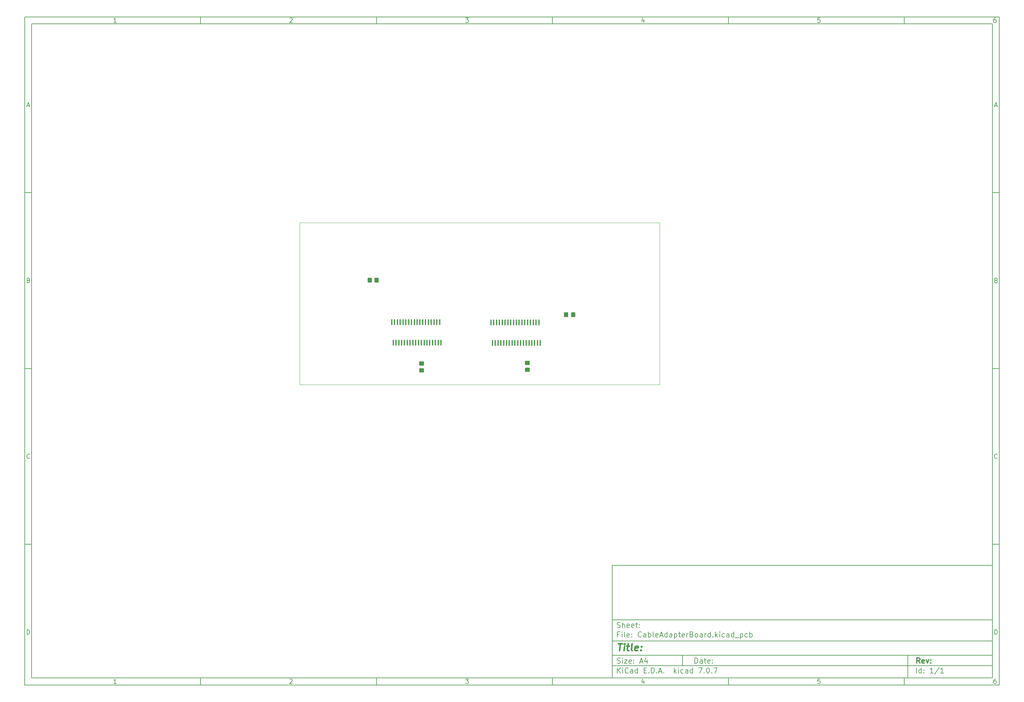
<source format=gbr>
%TF.GenerationSoftware,KiCad,Pcbnew,7.0.7*%
%TF.CreationDate,2023-10-12T14:51:16-07:00*%
%TF.ProjectId,CableAdapterBoard,4361626c-6541-4646-9170-746572426f61,rev?*%
%TF.SameCoordinates,Original*%
%TF.FileFunction,Paste,Top*%
%TF.FilePolarity,Positive*%
%FSLAX46Y46*%
G04 Gerber Fmt 4.6, Leading zero omitted, Abs format (unit mm)*
G04 Created by KiCad (PCBNEW 7.0.7) date 2023-10-12 14:51:16*
%MOMM*%
%LPD*%
G01*
G04 APERTURE LIST*
G04 Aperture macros list*
%AMRoundRect*
0 Rectangle with rounded corners*
0 $1 Rounding radius*
0 $2 $3 $4 $5 $6 $7 $8 $9 X,Y pos of 4 corners*
0 Add a 4 corners polygon primitive as box body*
4,1,4,$2,$3,$4,$5,$6,$7,$8,$9,$2,$3,0*
0 Add four circle primitives for the rounded corners*
1,1,$1+$1,$2,$3*
1,1,$1+$1,$4,$5*
1,1,$1+$1,$6,$7*
1,1,$1+$1,$8,$9*
0 Add four rect primitives between the rounded corners*
20,1,$1+$1,$2,$3,$4,$5,0*
20,1,$1+$1,$4,$5,$6,$7,0*
20,1,$1+$1,$6,$7,$8,$9,0*
20,1,$1+$1,$8,$9,$2,$3,0*%
G04 Aperture macros list end*
%ADD10C,0.100000*%
%ADD11C,0.150000*%
%ADD12C,0.300000*%
%ADD13C,0.400000*%
%ADD14O,0.350000X1.800000*%
%ADD15RoundRect,0.250000X0.350000X0.450000X-0.350000X0.450000X-0.350000X-0.450000X0.350000X-0.450000X0*%
%ADD16RoundRect,0.250000X-0.350000X-0.450000X0.350000X-0.450000X0.350000X0.450000X-0.350000X0.450000X0*%
%ADD17RoundRect,0.250000X-0.450000X0.350000X-0.450000X-0.350000X0.450000X-0.350000X0.450000X0.350000X0*%
%TA.AperFunction,Profile*%
%ADD18C,0.100000*%
%TD*%
G04 APERTURE END LIST*
D10*
D11*
X177002200Y-166007200D02*
X285002200Y-166007200D01*
X285002200Y-198007200D01*
X177002200Y-198007200D01*
X177002200Y-166007200D01*
D10*
D11*
X10000000Y-10000000D02*
X287002200Y-10000000D01*
X287002200Y-200007200D01*
X10000000Y-200007200D01*
X10000000Y-10000000D01*
D10*
D11*
X12000000Y-12000000D02*
X285002200Y-12000000D01*
X285002200Y-198007200D01*
X12000000Y-198007200D01*
X12000000Y-12000000D01*
D10*
D11*
X60000000Y-12000000D02*
X60000000Y-10000000D01*
D10*
D11*
X110000000Y-12000000D02*
X110000000Y-10000000D01*
D10*
D11*
X160000000Y-12000000D02*
X160000000Y-10000000D01*
D10*
D11*
X210000000Y-12000000D02*
X210000000Y-10000000D01*
D10*
D11*
X260000000Y-12000000D02*
X260000000Y-10000000D01*
D10*
D11*
X36089160Y-11593604D02*
X35346303Y-11593604D01*
X35717731Y-11593604D02*
X35717731Y-10293604D01*
X35717731Y-10293604D02*
X35593922Y-10479319D01*
X35593922Y-10479319D02*
X35470112Y-10603128D01*
X35470112Y-10603128D02*
X35346303Y-10665033D01*
D10*
D11*
X85346303Y-10417414D02*
X85408207Y-10355509D01*
X85408207Y-10355509D02*
X85532017Y-10293604D01*
X85532017Y-10293604D02*
X85841541Y-10293604D01*
X85841541Y-10293604D02*
X85965350Y-10355509D01*
X85965350Y-10355509D02*
X86027255Y-10417414D01*
X86027255Y-10417414D02*
X86089160Y-10541223D01*
X86089160Y-10541223D02*
X86089160Y-10665033D01*
X86089160Y-10665033D02*
X86027255Y-10850747D01*
X86027255Y-10850747D02*
X85284398Y-11593604D01*
X85284398Y-11593604D02*
X86089160Y-11593604D01*
D10*
D11*
X135284398Y-10293604D02*
X136089160Y-10293604D01*
X136089160Y-10293604D02*
X135655826Y-10788842D01*
X135655826Y-10788842D02*
X135841541Y-10788842D01*
X135841541Y-10788842D02*
X135965350Y-10850747D01*
X135965350Y-10850747D02*
X136027255Y-10912652D01*
X136027255Y-10912652D02*
X136089160Y-11036461D01*
X136089160Y-11036461D02*
X136089160Y-11345985D01*
X136089160Y-11345985D02*
X136027255Y-11469795D01*
X136027255Y-11469795D02*
X135965350Y-11531700D01*
X135965350Y-11531700D02*
X135841541Y-11593604D01*
X135841541Y-11593604D02*
X135470112Y-11593604D01*
X135470112Y-11593604D02*
X135346303Y-11531700D01*
X135346303Y-11531700D02*
X135284398Y-11469795D01*
D10*
D11*
X185965350Y-10726938D02*
X185965350Y-11593604D01*
X185655826Y-10231700D02*
X185346303Y-11160271D01*
X185346303Y-11160271D02*
X186151064Y-11160271D01*
D10*
D11*
X236027255Y-10293604D02*
X235408207Y-10293604D01*
X235408207Y-10293604D02*
X235346303Y-10912652D01*
X235346303Y-10912652D02*
X235408207Y-10850747D01*
X235408207Y-10850747D02*
X235532017Y-10788842D01*
X235532017Y-10788842D02*
X235841541Y-10788842D01*
X235841541Y-10788842D02*
X235965350Y-10850747D01*
X235965350Y-10850747D02*
X236027255Y-10912652D01*
X236027255Y-10912652D02*
X236089160Y-11036461D01*
X236089160Y-11036461D02*
X236089160Y-11345985D01*
X236089160Y-11345985D02*
X236027255Y-11469795D01*
X236027255Y-11469795D02*
X235965350Y-11531700D01*
X235965350Y-11531700D02*
X235841541Y-11593604D01*
X235841541Y-11593604D02*
X235532017Y-11593604D01*
X235532017Y-11593604D02*
X235408207Y-11531700D01*
X235408207Y-11531700D02*
X235346303Y-11469795D01*
D10*
D11*
X285965350Y-10293604D02*
X285717731Y-10293604D01*
X285717731Y-10293604D02*
X285593922Y-10355509D01*
X285593922Y-10355509D02*
X285532017Y-10417414D01*
X285532017Y-10417414D02*
X285408207Y-10603128D01*
X285408207Y-10603128D02*
X285346303Y-10850747D01*
X285346303Y-10850747D02*
X285346303Y-11345985D01*
X285346303Y-11345985D02*
X285408207Y-11469795D01*
X285408207Y-11469795D02*
X285470112Y-11531700D01*
X285470112Y-11531700D02*
X285593922Y-11593604D01*
X285593922Y-11593604D02*
X285841541Y-11593604D01*
X285841541Y-11593604D02*
X285965350Y-11531700D01*
X285965350Y-11531700D02*
X286027255Y-11469795D01*
X286027255Y-11469795D02*
X286089160Y-11345985D01*
X286089160Y-11345985D02*
X286089160Y-11036461D01*
X286089160Y-11036461D02*
X286027255Y-10912652D01*
X286027255Y-10912652D02*
X285965350Y-10850747D01*
X285965350Y-10850747D02*
X285841541Y-10788842D01*
X285841541Y-10788842D02*
X285593922Y-10788842D01*
X285593922Y-10788842D02*
X285470112Y-10850747D01*
X285470112Y-10850747D02*
X285408207Y-10912652D01*
X285408207Y-10912652D02*
X285346303Y-11036461D01*
D10*
D11*
X60000000Y-198007200D02*
X60000000Y-200007200D01*
D10*
D11*
X110000000Y-198007200D02*
X110000000Y-200007200D01*
D10*
D11*
X160000000Y-198007200D02*
X160000000Y-200007200D01*
D10*
D11*
X210000000Y-198007200D02*
X210000000Y-200007200D01*
D10*
D11*
X260000000Y-198007200D02*
X260000000Y-200007200D01*
D10*
D11*
X36089160Y-199600804D02*
X35346303Y-199600804D01*
X35717731Y-199600804D02*
X35717731Y-198300804D01*
X35717731Y-198300804D02*
X35593922Y-198486519D01*
X35593922Y-198486519D02*
X35470112Y-198610328D01*
X35470112Y-198610328D02*
X35346303Y-198672233D01*
D10*
D11*
X85346303Y-198424614D02*
X85408207Y-198362709D01*
X85408207Y-198362709D02*
X85532017Y-198300804D01*
X85532017Y-198300804D02*
X85841541Y-198300804D01*
X85841541Y-198300804D02*
X85965350Y-198362709D01*
X85965350Y-198362709D02*
X86027255Y-198424614D01*
X86027255Y-198424614D02*
X86089160Y-198548423D01*
X86089160Y-198548423D02*
X86089160Y-198672233D01*
X86089160Y-198672233D02*
X86027255Y-198857947D01*
X86027255Y-198857947D02*
X85284398Y-199600804D01*
X85284398Y-199600804D02*
X86089160Y-199600804D01*
D10*
D11*
X135284398Y-198300804D02*
X136089160Y-198300804D01*
X136089160Y-198300804D02*
X135655826Y-198796042D01*
X135655826Y-198796042D02*
X135841541Y-198796042D01*
X135841541Y-198796042D02*
X135965350Y-198857947D01*
X135965350Y-198857947D02*
X136027255Y-198919852D01*
X136027255Y-198919852D02*
X136089160Y-199043661D01*
X136089160Y-199043661D02*
X136089160Y-199353185D01*
X136089160Y-199353185D02*
X136027255Y-199476995D01*
X136027255Y-199476995D02*
X135965350Y-199538900D01*
X135965350Y-199538900D02*
X135841541Y-199600804D01*
X135841541Y-199600804D02*
X135470112Y-199600804D01*
X135470112Y-199600804D02*
X135346303Y-199538900D01*
X135346303Y-199538900D02*
X135284398Y-199476995D01*
D10*
D11*
X185965350Y-198734138D02*
X185965350Y-199600804D01*
X185655826Y-198238900D02*
X185346303Y-199167471D01*
X185346303Y-199167471D02*
X186151064Y-199167471D01*
D10*
D11*
X236027255Y-198300804D02*
X235408207Y-198300804D01*
X235408207Y-198300804D02*
X235346303Y-198919852D01*
X235346303Y-198919852D02*
X235408207Y-198857947D01*
X235408207Y-198857947D02*
X235532017Y-198796042D01*
X235532017Y-198796042D02*
X235841541Y-198796042D01*
X235841541Y-198796042D02*
X235965350Y-198857947D01*
X235965350Y-198857947D02*
X236027255Y-198919852D01*
X236027255Y-198919852D02*
X236089160Y-199043661D01*
X236089160Y-199043661D02*
X236089160Y-199353185D01*
X236089160Y-199353185D02*
X236027255Y-199476995D01*
X236027255Y-199476995D02*
X235965350Y-199538900D01*
X235965350Y-199538900D02*
X235841541Y-199600804D01*
X235841541Y-199600804D02*
X235532017Y-199600804D01*
X235532017Y-199600804D02*
X235408207Y-199538900D01*
X235408207Y-199538900D02*
X235346303Y-199476995D01*
D10*
D11*
X285965350Y-198300804D02*
X285717731Y-198300804D01*
X285717731Y-198300804D02*
X285593922Y-198362709D01*
X285593922Y-198362709D02*
X285532017Y-198424614D01*
X285532017Y-198424614D02*
X285408207Y-198610328D01*
X285408207Y-198610328D02*
X285346303Y-198857947D01*
X285346303Y-198857947D02*
X285346303Y-199353185D01*
X285346303Y-199353185D02*
X285408207Y-199476995D01*
X285408207Y-199476995D02*
X285470112Y-199538900D01*
X285470112Y-199538900D02*
X285593922Y-199600804D01*
X285593922Y-199600804D02*
X285841541Y-199600804D01*
X285841541Y-199600804D02*
X285965350Y-199538900D01*
X285965350Y-199538900D02*
X286027255Y-199476995D01*
X286027255Y-199476995D02*
X286089160Y-199353185D01*
X286089160Y-199353185D02*
X286089160Y-199043661D01*
X286089160Y-199043661D02*
X286027255Y-198919852D01*
X286027255Y-198919852D02*
X285965350Y-198857947D01*
X285965350Y-198857947D02*
X285841541Y-198796042D01*
X285841541Y-198796042D02*
X285593922Y-198796042D01*
X285593922Y-198796042D02*
X285470112Y-198857947D01*
X285470112Y-198857947D02*
X285408207Y-198919852D01*
X285408207Y-198919852D02*
X285346303Y-199043661D01*
D10*
D11*
X10000000Y-60000000D02*
X12000000Y-60000000D01*
D10*
D11*
X10000000Y-110000000D02*
X12000000Y-110000000D01*
D10*
D11*
X10000000Y-160000000D02*
X12000000Y-160000000D01*
D10*
D11*
X10690476Y-35222176D02*
X11309523Y-35222176D01*
X10566666Y-35593604D02*
X10999999Y-34293604D01*
X10999999Y-34293604D02*
X11433333Y-35593604D01*
D10*
D11*
X11092857Y-84912652D02*
X11278571Y-84974557D01*
X11278571Y-84974557D02*
X11340476Y-85036461D01*
X11340476Y-85036461D02*
X11402380Y-85160271D01*
X11402380Y-85160271D02*
X11402380Y-85345985D01*
X11402380Y-85345985D02*
X11340476Y-85469795D01*
X11340476Y-85469795D02*
X11278571Y-85531700D01*
X11278571Y-85531700D02*
X11154761Y-85593604D01*
X11154761Y-85593604D02*
X10659523Y-85593604D01*
X10659523Y-85593604D02*
X10659523Y-84293604D01*
X10659523Y-84293604D02*
X11092857Y-84293604D01*
X11092857Y-84293604D02*
X11216666Y-84355509D01*
X11216666Y-84355509D02*
X11278571Y-84417414D01*
X11278571Y-84417414D02*
X11340476Y-84541223D01*
X11340476Y-84541223D02*
X11340476Y-84665033D01*
X11340476Y-84665033D02*
X11278571Y-84788842D01*
X11278571Y-84788842D02*
X11216666Y-84850747D01*
X11216666Y-84850747D02*
X11092857Y-84912652D01*
X11092857Y-84912652D02*
X10659523Y-84912652D01*
D10*
D11*
X11402380Y-135469795D02*
X11340476Y-135531700D01*
X11340476Y-135531700D02*
X11154761Y-135593604D01*
X11154761Y-135593604D02*
X11030952Y-135593604D01*
X11030952Y-135593604D02*
X10845238Y-135531700D01*
X10845238Y-135531700D02*
X10721428Y-135407890D01*
X10721428Y-135407890D02*
X10659523Y-135284080D01*
X10659523Y-135284080D02*
X10597619Y-135036461D01*
X10597619Y-135036461D02*
X10597619Y-134850747D01*
X10597619Y-134850747D02*
X10659523Y-134603128D01*
X10659523Y-134603128D02*
X10721428Y-134479319D01*
X10721428Y-134479319D02*
X10845238Y-134355509D01*
X10845238Y-134355509D02*
X11030952Y-134293604D01*
X11030952Y-134293604D02*
X11154761Y-134293604D01*
X11154761Y-134293604D02*
X11340476Y-134355509D01*
X11340476Y-134355509D02*
X11402380Y-134417414D01*
D10*
D11*
X10659523Y-185593604D02*
X10659523Y-184293604D01*
X10659523Y-184293604D02*
X10969047Y-184293604D01*
X10969047Y-184293604D02*
X11154761Y-184355509D01*
X11154761Y-184355509D02*
X11278571Y-184479319D01*
X11278571Y-184479319D02*
X11340476Y-184603128D01*
X11340476Y-184603128D02*
X11402380Y-184850747D01*
X11402380Y-184850747D02*
X11402380Y-185036461D01*
X11402380Y-185036461D02*
X11340476Y-185284080D01*
X11340476Y-185284080D02*
X11278571Y-185407890D01*
X11278571Y-185407890D02*
X11154761Y-185531700D01*
X11154761Y-185531700D02*
X10969047Y-185593604D01*
X10969047Y-185593604D02*
X10659523Y-185593604D01*
D10*
D11*
X287002200Y-60000000D02*
X285002200Y-60000000D01*
D10*
D11*
X287002200Y-110000000D02*
X285002200Y-110000000D01*
D10*
D11*
X287002200Y-160000000D02*
X285002200Y-160000000D01*
D10*
D11*
X285692676Y-35222176D02*
X286311723Y-35222176D01*
X285568866Y-35593604D02*
X286002199Y-34293604D01*
X286002199Y-34293604D02*
X286435533Y-35593604D01*
D10*
D11*
X286095057Y-84912652D02*
X286280771Y-84974557D01*
X286280771Y-84974557D02*
X286342676Y-85036461D01*
X286342676Y-85036461D02*
X286404580Y-85160271D01*
X286404580Y-85160271D02*
X286404580Y-85345985D01*
X286404580Y-85345985D02*
X286342676Y-85469795D01*
X286342676Y-85469795D02*
X286280771Y-85531700D01*
X286280771Y-85531700D02*
X286156961Y-85593604D01*
X286156961Y-85593604D02*
X285661723Y-85593604D01*
X285661723Y-85593604D02*
X285661723Y-84293604D01*
X285661723Y-84293604D02*
X286095057Y-84293604D01*
X286095057Y-84293604D02*
X286218866Y-84355509D01*
X286218866Y-84355509D02*
X286280771Y-84417414D01*
X286280771Y-84417414D02*
X286342676Y-84541223D01*
X286342676Y-84541223D02*
X286342676Y-84665033D01*
X286342676Y-84665033D02*
X286280771Y-84788842D01*
X286280771Y-84788842D02*
X286218866Y-84850747D01*
X286218866Y-84850747D02*
X286095057Y-84912652D01*
X286095057Y-84912652D02*
X285661723Y-84912652D01*
D10*
D11*
X286404580Y-135469795D02*
X286342676Y-135531700D01*
X286342676Y-135531700D02*
X286156961Y-135593604D01*
X286156961Y-135593604D02*
X286033152Y-135593604D01*
X286033152Y-135593604D02*
X285847438Y-135531700D01*
X285847438Y-135531700D02*
X285723628Y-135407890D01*
X285723628Y-135407890D02*
X285661723Y-135284080D01*
X285661723Y-135284080D02*
X285599819Y-135036461D01*
X285599819Y-135036461D02*
X285599819Y-134850747D01*
X285599819Y-134850747D02*
X285661723Y-134603128D01*
X285661723Y-134603128D02*
X285723628Y-134479319D01*
X285723628Y-134479319D02*
X285847438Y-134355509D01*
X285847438Y-134355509D02*
X286033152Y-134293604D01*
X286033152Y-134293604D02*
X286156961Y-134293604D01*
X286156961Y-134293604D02*
X286342676Y-134355509D01*
X286342676Y-134355509D02*
X286404580Y-134417414D01*
D10*
D11*
X285661723Y-185593604D02*
X285661723Y-184293604D01*
X285661723Y-184293604D02*
X285971247Y-184293604D01*
X285971247Y-184293604D02*
X286156961Y-184355509D01*
X286156961Y-184355509D02*
X286280771Y-184479319D01*
X286280771Y-184479319D02*
X286342676Y-184603128D01*
X286342676Y-184603128D02*
X286404580Y-184850747D01*
X286404580Y-184850747D02*
X286404580Y-185036461D01*
X286404580Y-185036461D02*
X286342676Y-185284080D01*
X286342676Y-185284080D02*
X286280771Y-185407890D01*
X286280771Y-185407890D02*
X286156961Y-185531700D01*
X286156961Y-185531700D02*
X285971247Y-185593604D01*
X285971247Y-185593604D02*
X285661723Y-185593604D01*
D10*
D11*
X200458026Y-193793328D02*
X200458026Y-192293328D01*
X200458026Y-192293328D02*
X200815169Y-192293328D01*
X200815169Y-192293328D02*
X201029455Y-192364757D01*
X201029455Y-192364757D02*
X201172312Y-192507614D01*
X201172312Y-192507614D02*
X201243741Y-192650471D01*
X201243741Y-192650471D02*
X201315169Y-192936185D01*
X201315169Y-192936185D02*
X201315169Y-193150471D01*
X201315169Y-193150471D02*
X201243741Y-193436185D01*
X201243741Y-193436185D02*
X201172312Y-193579042D01*
X201172312Y-193579042D02*
X201029455Y-193721900D01*
X201029455Y-193721900D02*
X200815169Y-193793328D01*
X200815169Y-193793328D02*
X200458026Y-193793328D01*
X202600884Y-193793328D02*
X202600884Y-193007614D01*
X202600884Y-193007614D02*
X202529455Y-192864757D01*
X202529455Y-192864757D02*
X202386598Y-192793328D01*
X202386598Y-192793328D02*
X202100884Y-192793328D01*
X202100884Y-192793328D02*
X201958026Y-192864757D01*
X202600884Y-193721900D02*
X202458026Y-193793328D01*
X202458026Y-193793328D02*
X202100884Y-193793328D01*
X202100884Y-193793328D02*
X201958026Y-193721900D01*
X201958026Y-193721900D02*
X201886598Y-193579042D01*
X201886598Y-193579042D02*
X201886598Y-193436185D01*
X201886598Y-193436185D02*
X201958026Y-193293328D01*
X201958026Y-193293328D02*
X202100884Y-193221900D01*
X202100884Y-193221900D02*
X202458026Y-193221900D01*
X202458026Y-193221900D02*
X202600884Y-193150471D01*
X203100884Y-192793328D02*
X203672312Y-192793328D01*
X203315169Y-192293328D02*
X203315169Y-193579042D01*
X203315169Y-193579042D02*
X203386598Y-193721900D01*
X203386598Y-193721900D02*
X203529455Y-193793328D01*
X203529455Y-193793328D02*
X203672312Y-193793328D01*
X204743741Y-193721900D02*
X204600884Y-193793328D01*
X204600884Y-193793328D02*
X204315170Y-193793328D01*
X204315170Y-193793328D02*
X204172312Y-193721900D01*
X204172312Y-193721900D02*
X204100884Y-193579042D01*
X204100884Y-193579042D02*
X204100884Y-193007614D01*
X204100884Y-193007614D02*
X204172312Y-192864757D01*
X204172312Y-192864757D02*
X204315170Y-192793328D01*
X204315170Y-192793328D02*
X204600884Y-192793328D01*
X204600884Y-192793328D02*
X204743741Y-192864757D01*
X204743741Y-192864757D02*
X204815170Y-193007614D01*
X204815170Y-193007614D02*
X204815170Y-193150471D01*
X204815170Y-193150471D02*
X204100884Y-193293328D01*
X205458026Y-193650471D02*
X205529455Y-193721900D01*
X205529455Y-193721900D02*
X205458026Y-193793328D01*
X205458026Y-193793328D02*
X205386598Y-193721900D01*
X205386598Y-193721900D02*
X205458026Y-193650471D01*
X205458026Y-193650471D02*
X205458026Y-193793328D01*
X205458026Y-192864757D02*
X205529455Y-192936185D01*
X205529455Y-192936185D02*
X205458026Y-193007614D01*
X205458026Y-193007614D02*
X205386598Y-192936185D01*
X205386598Y-192936185D02*
X205458026Y-192864757D01*
X205458026Y-192864757D02*
X205458026Y-193007614D01*
D10*
D11*
X177002200Y-194507200D02*
X285002200Y-194507200D01*
D10*
D11*
X178458026Y-196593328D02*
X178458026Y-195093328D01*
X179315169Y-196593328D02*
X178672312Y-195736185D01*
X179315169Y-195093328D02*
X178458026Y-195950471D01*
X179958026Y-196593328D02*
X179958026Y-195593328D01*
X179958026Y-195093328D02*
X179886598Y-195164757D01*
X179886598Y-195164757D02*
X179958026Y-195236185D01*
X179958026Y-195236185D02*
X180029455Y-195164757D01*
X180029455Y-195164757D02*
X179958026Y-195093328D01*
X179958026Y-195093328D02*
X179958026Y-195236185D01*
X181529455Y-196450471D02*
X181458027Y-196521900D01*
X181458027Y-196521900D02*
X181243741Y-196593328D01*
X181243741Y-196593328D02*
X181100884Y-196593328D01*
X181100884Y-196593328D02*
X180886598Y-196521900D01*
X180886598Y-196521900D02*
X180743741Y-196379042D01*
X180743741Y-196379042D02*
X180672312Y-196236185D01*
X180672312Y-196236185D02*
X180600884Y-195950471D01*
X180600884Y-195950471D02*
X180600884Y-195736185D01*
X180600884Y-195736185D02*
X180672312Y-195450471D01*
X180672312Y-195450471D02*
X180743741Y-195307614D01*
X180743741Y-195307614D02*
X180886598Y-195164757D01*
X180886598Y-195164757D02*
X181100884Y-195093328D01*
X181100884Y-195093328D02*
X181243741Y-195093328D01*
X181243741Y-195093328D02*
X181458027Y-195164757D01*
X181458027Y-195164757D02*
X181529455Y-195236185D01*
X182815170Y-196593328D02*
X182815170Y-195807614D01*
X182815170Y-195807614D02*
X182743741Y-195664757D01*
X182743741Y-195664757D02*
X182600884Y-195593328D01*
X182600884Y-195593328D02*
X182315170Y-195593328D01*
X182315170Y-195593328D02*
X182172312Y-195664757D01*
X182815170Y-196521900D02*
X182672312Y-196593328D01*
X182672312Y-196593328D02*
X182315170Y-196593328D01*
X182315170Y-196593328D02*
X182172312Y-196521900D01*
X182172312Y-196521900D02*
X182100884Y-196379042D01*
X182100884Y-196379042D02*
X182100884Y-196236185D01*
X182100884Y-196236185D02*
X182172312Y-196093328D01*
X182172312Y-196093328D02*
X182315170Y-196021900D01*
X182315170Y-196021900D02*
X182672312Y-196021900D01*
X182672312Y-196021900D02*
X182815170Y-195950471D01*
X184172313Y-196593328D02*
X184172313Y-195093328D01*
X184172313Y-196521900D02*
X184029455Y-196593328D01*
X184029455Y-196593328D02*
X183743741Y-196593328D01*
X183743741Y-196593328D02*
X183600884Y-196521900D01*
X183600884Y-196521900D02*
X183529455Y-196450471D01*
X183529455Y-196450471D02*
X183458027Y-196307614D01*
X183458027Y-196307614D02*
X183458027Y-195879042D01*
X183458027Y-195879042D02*
X183529455Y-195736185D01*
X183529455Y-195736185D02*
X183600884Y-195664757D01*
X183600884Y-195664757D02*
X183743741Y-195593328D01*
X183743741Y-195593328D02*
X184029455Y-195593328D01*
X184029455Y-195593328D02*
X184172313Y-195664757D01*
X186029455Y-195807614D02*
X186529455Y-195807614D01*
X186743741Y-196593328D02*
X186029455Y-196593328D01*
X186029455Y-196593328D02*
X186029455Y-195093328D01*
X186029455Y-195093328D02*
X186743741Y-195093328D01*
X187386598Y-196450471D02*
X187458027Y-196521900D01*
X187458027Y-196521900D02*
X187386598Y-196593328D01*
X187386598Y-196593328D02*
X187315170Y-196521900D01*
X187315170Y-196521900D02*
X187386598Y-196450471D01*
X187386598Y-196450471D02*
X187386598Y-196593328D01*
X188100884Y-196593328D02*
X188100884Y-195093328D01*
X188100884Y-195093328D02*
X188458027Y-195093328D01*
X188458027Y-195093328D02*
X188672313Y-195164757D01*
X188672313Y-195164757D02*
X188815170Y-195307614D01*
X188815170Y-195307614D02*
X188886599Y-195450471D01*
X188886599Y-195450471D02*
X188958027Y-195736185D01*
X188958027Y-195736185D02*
X188958027Y-195950471D01*
X188958027Y-195950471D02*
X188886599Y-196236185D01*
X188886599Y-196236185D02*
X188815170Y-196379042D01*
X188815170Y-196379042D02*
X188672313Y-196521900D01*
X188672313Y-196521900D02*
X188458027Y-196593328D01*
X188458027Y-196593328D02*
X188100884Y-196593328D01*
X189600884Y-196450471D02*
X189672313Y-196521900D01*
X189672313Y-196521900D02*
X189600884Y-196593328D01*
X189600884Y-196593328D02*
X189529456Y-196521900D01*
X189529456Y-196521900D02*
X189600884Y-196450471D01*
X189600884Y-196450471D02*
X189600884Y-196593328D01*
X190243742Y-196164757D02*
X190958028Y-196164757D01*
X190100885Y-196593328D02*
X190600885Y-195093328D01*
X190600885Y-195093328D02*
X191100885Y-196593328D01*
X191600884Y-196450471D02*
X191672313Y-196521900D01*
X191672313Y-196521900D02*
X191600884Y-196593328D01*
X191600884Y-196593328D02*
X191529456Y-196521900D01*
X191529456Y-196521900D02*
X191600884Y-196450471D01*
X191600884Y-196450471D02*
X191600884Y-196593328D01*
X194600884Y-196593328D02*
X194600884Y-195093328D01*
X194743742Y-196021900D02*
X195172313Y-196593328D01*
X195172313Y-195593328D02*
X194600884Y-196164757D01*
X195815170Y-196593328D02*
X195815170Y-195593328D01*
X195815170Y-195093328D02*
X195743742Y-195164757D01*
X195743742Y-195164757D02*
X195815170Y-195236185D01*
X195815170Y-195236185D02*
X195886599Y-195164757D01*
X195886599Y-195164757D02*
X195815170Y-195093328D01*
X195815170Y-195093328D02*
X195815170Y-195236185D01*
X197172314Y-196521900D02*
X197029456Y-196593328D01*
X197029456Y-196593328D02*
X196743742Y-196593328D01*
X196743742Y-196593328D02*
X196600885Y-196521900D01*
X196600885Y-196521900D02*
X196529456Y-196450471D01*
X196529456Y-196450471D02*
X196458028Y-196307614D01*
X196458028Y-196307614D02*
X196458028Y-195879042D01*
X196458028Y-195879042D02*
X196529456Y-195736185D01*
X196529456Y-195736185D02*
X196600885Y-195664757D01*
X196600885Y-195664757D02*
X196743742Y-195593328D01*
X196743742Y-195593328D02*
X197029456Y-195593328D01*
X197029456Y-195593328D02*
X197172314Y-195664757D01*
X198458028Y-196593328D02*
X198458028Y-195807614D01*
X198458028Y-195807614D02*
X198386599Y-195664757D01*
X198386599Y-195664757D02*
X198243742Y-195593328D01*
X198243742Y-195593328D02*
X197958028Y-195593328D01*
X197958028Y-195593328D02*
X197815170Y-195664757D01*
X198458028Y-196521900D02*
X198315170Y-196593328D01*
X198315170Y-196593328D02*
X197958028Y-196593328D01*
X197958028Y-196593328D02*
X197815170Y-196521900D01*
X197815170Y-196521900D02*
X197743742Y-196379042D01*
X197743742Y-196379042D02*
X197743742Y-196236185D01*
X197743742Y-196236185D02*
X197815170Y-196093328D01*
X197815170Y-196093328D02*
X197958028Y-196021900D01*
X197958028Y-196021900D02*
X198315170Y-196021900D01*
X198315170Y-196021900D02*
X198458028Y-195950471D01*
X199815171Y-196593328D02*
X199815171Y-195093328D01*
X199815171Y-196521900D02*
X199672313Y-196593328D01*
X199672313Y-196593328D02*
X199386599Y-196593328D01*
X199386599Y-196593328D02*
X199243742Y-196521900D01*
X199243742Y-196521900D02*
X199172313Y-196450471D01*
X199172313Y-196450471D02*
X199100885Y-196307614D01*
X199100885Y-196307614D02*
X199100885Y-195879042D01*
X199100885Y-195879042D02*
X199172313Y-195736185D01*
X199172313Y-195736185D02*
X199243742Y-195664757D01*
X199243742Y-195664757D02*
X199386599Y-195593328D01*
X199386599Y-195593328D02*
X199672313Y-195593328D01*
X199672313Y-195593328D02*
X199815171Y-195664757D01*
X201529456Y-195093328D02*
X202529456Y-195093328D01*
X202529456Y-195093328D02*
X201886599Y-196593328D01*
X203100884Y-196450471D02*
X203172313Y-196521900D01*
X203172313Y-196521900D02*
X203100884Y-196593328D01*
X203100884Y-196593328D02*
X203029456Y-196521900D01*
X203029456Y-196521900D02*
X203100884Y-196450471D01*
X203100884Y-196450471D02*
X203100884Y-196593328D01*
X204100885Y-195093328D02*
X204243742Y-195093328D01*
X204243742Y-195093328D02*
X204386599Y-195164757D01*
X204386599Y-195164757D02*
X204458028Y-195236185D01*
X204458028Y-195236185D02*
X204529456Y-195379042D01*
X204529456Y-195379042D02*
X204600885Y-195664757D01*
X204600885Y-195664757D02*
X204600885Y-196021900D01*
X204600885Y-196021900D02*
X204529456Y-196307614D01*
X204529456Y-196307614D02*
X204458028Y-196450471D01*
X204458028Y-196450471D02*
X204386599Y-196521900D01*
X204386599Y-196521900D02*
X204243742Y-196593328D01*
X204243742Y-196593328D02*
X204100885Y-196593328D01*
X204100885Y-196593328D02*
X203958028Y-196521900D01*
X203958028Y-196521900D02*
X203886599Y-196450471D01*
X203886599Y-196450471D02*
X203815170Y-196307614D01*
X203815170Y-196307614D02*
X203743742Y-196021900D01*
X203743742Y-196021900D02*
X203743742Y-195664757D01*
X203743742Y-195664757D02*
X203815170Y-195379042D01*
X203815170Y-195379042D02*
X203886599Y-195236185D01*
X203886599Y-195236185D02*
X203958028Y-195164757D01*
X203958028Y-195164757D02*
X204100885Y-195093328D01*
X205243741Y-196450471D02*
X205315170Y-196521900D01*
X205315170Y-196521900D02*
X205243741Y-196593328D01*
X205243741Y-196593328D02*
X205172313Y-196521900D01*
X205172313Y-196521900D02*
X205243741Y-196450471D01*
X205243741Y-196450471D02*
X205243741Y-196593328D01*
X205815170Y-195093328D02*
X206815170Y-195093328D01*
X206815170Y-195093328D02*
X206172313Y-196593328D01*
D10*
D11*
X177002200Y-191507200D02*
X285002200Y-191507200D01*
D10*
D12*
X264413853Y-193785528D02*
X263913853Y-193071242D01*
X263556710Y-193785528D02*
X263556710Y-192285528D01*
X263556710Y-192285528D02*
X264128139Y-192285528D01*
X264128139Y-192285528D02*
X264270996Y-192356957D01*
X264270996Y-192356957D02*
X264342425Y-192428385D01*
X264342425Y-192428385D02*
X264413853Y-192571242D01*
X264413853Y-192571242D02*
X264413853Y-192785528D01*
X264413853Y-192785528D02*
X264342425Y-192928385D01*
X264342425Y-192928385D02*
X264270996Y-192999814D01*
X264270996Y-192999814D02*
X264128139Y-193071242D01*
X264128139Y-193071242D02*
X263556710Y-193071242D01*
X265628139Y-193714100D02*
X265485282Y-193785528D01*
X265485282Y-193785528D02*
X265199568Y-193785528D01*
X265199568Y-193785528D02*
X265056710Y-193714100D01*
X265056710Y-193714100D02*
X264985282Y-193571242D01*
X264985282Y-193571242D02*
X264985282Y-192999814D01*
X264985282Y-192999814D02*
X265056710Y-192856957D01*
X265056710Y-192856957D02*
X265199568Y-192785528D01*
X265199568Y-192785528D02*
X265485282Y-192785528D01*
X265485282Y-192785528D02*
X265628139Y-192856957D01*
X265628139Y-192856957D02*
X265699568Y-192999814D01*
X265699568Y-192999814D02*
X265699568Y-193142671D01*
X265699568Y-193142671D02*
X264985282Y-193285528D01*
X266199567Y-192785528D02*
X266556710Y-193785528D01*
X266556710Y-193785528D02*
X266913853Y-192785528D01*
X267485281Y-193642671D02*
X267556710Y-193714100D01*
X267556710Y-193714100D02*
X267485281Y-193785528D01*
X267485281Y-193785528D02*
X267413853Y-193714100D01*
X267413853Y-193714100D02*
X267485281Y-193642671D01*
X267485281Y-193642671D02*
X267485281Y-193785528D01*
X267485281Y-192856957D02*
X267556710Y-192928385D01*
X267556710Y-192928385D02*
X267485281Y-192999814D01*
X267485281Y-192999814D02*
X267413853Y-192928385D01*
X267413853Y-192928385D02*
X267485281Y-192856957D01*
X267485281Y-192856957D02*
X267485281Y-192999814D01*
D10*
D11*
X178386598Y-193721900D02*
X178600884Y-193793328D01*
X178600884Y-193793328D02*
X178958026Y-193793328D01*
X178958026Y-193793328D02*
X179100884Y-193721900D01*
X179100884Y-193721900D02*
X179172312Y-193650471D01*
X179172312Y-193650471D02*
X179243741Y-193507614D01*
X179243741Y-193507614D02*
X179243741Y-193364757D01*
X179243741Y-193364757D02*
X179172312Y-193221900D01*
X179172312Y-193221900D02*
X179100884Y-193150471D01*
X179100884Y-193150471D02*
X178958026Y-193079042D01*
X178958026Y-193079042D02*
X178672312Y-193007614D01*
X178672312Y-193007614D02*
X178529455Y-192936185D01*
X178529455Y-192936185D02*
X178458026Y-192864757D01*
X178458026Y-192864757D02*
X178386598Y-192721900D01*
X178386598Y-192721900D02*
X178386598Y-192579042D01*
X178386598Y-192579042D02*
X178458026Y-192436185D01*
X178458026Y-192436185D02*
X178529455Y-192364757D01*
X178529455Y-192364757D02*
X178672312Y-192293328D01*
X178672312Y-192293328D02*
X179029455Y-192293328D01*
X179029455Y-192293328D02*
X179243741Y-192364757D01*
X179886597Y-193793328D02*
X179886597Y-192793328D01*
X179886597Y-192293328D02*
X179815169Y-192364757D01*
X179815169Y-192364757D02*
X179886597Y-192436185D01*
X179886597Y-192436185D02*
X179958026Y-192364757D01*
X179958026Y-192364757D02*
X179886597Y-192293328D01*
X179886597Y-192293328D02*
X179886597Y-192436185D01*
X180458026Y-192793328D02*
X181243741Y-192793328D01*
X181243741Y-192793328D02*
X180458026Y-193793328D01*
X180458026Y-193793328D02*
X181243741Y-193793328D01*
X182386598Y-193721900D02*
X182243741Y-193793328D01*
X182243741Y-193793328D02*
X181958027Y-193793328D01*
X181958027Y-193793328D02*
X181815169Y-193721900D01*
X181815169Y-193721900D02*
X181743741Y-193579042D01*
X181743741Y-193579042D02*
X181743741Y-193007614D01*
X181743741Y-193007614D02*
X181815169Y-192864757D01*
X181815169Y-192864757D02*
X181958027Y-192793328D01*
X181958027Y-192793328D02*
X182243741Y-192793328D01*
X182243741Y-192793328D02*
X182386598Y-192864757D01*
X182386598Y-192864757D02*
X182458027Y-193007614D01*
X182458027Y-193007614D02*
X182458027Y-193150471D01*
X182458027Y-193150471D02*
X181743741Y-193293328D01*
X183100883Y-193650471D02*
X183172312Y-193721900D01*
X183172312Y-193721900D02*
X183100883Y-193793328D01*
X183100883Y-193793328D02*
X183029455Y-193721900D01*
X183029455Y-193721900D02*
X183100883Y-193650471D01*
X183100883Y-193650471D02*
X183100883Y-193793328D01*
X183100883Y-192864757D02*
X183172312Y-192936185D01*
X183172312Y-192936185D02*
X183100883Y-193007614D01*
X183100883Y-193007614D02*
X183029455Y-192936185D01*
X183029455Y-192936185D02*
X183100883Y-192864757D01*
X183100883Y-192864757D02*
X183100883Y-193007614D01*
X184886598Y-193364757D02*
X185600884Y-193364757D01*
X184743741Y-193793328D02*
X185243741Y-192293328D01*
X185243741Y-192293328D02*
X185743741Y-193793328D01*
X186886598Y-192793328D02*
X186886598Y-193793328D01*
X186529455Y-192221900D02*
X186172312Y-193293328D01*
X186172312Y-193293328D02*
X187100883Y-193293328D01*
D10*
D11*
X263458026Y-196593328D02*
X263458026Y-195093328D01*
X264815170Y-196593328D02*
X264815170Y-195093328D01*
X264815170Y-196521900D02*
X264672312Y-196593328D01*
X264672312Y-196593328D02*
X264386598Y-196593328D01*
X264386598Y-196593328D02*
X264243741Y-196521900D01*
X264243741Y-196521900D02*
X264172312Y-196450471D01*
X264172312Y-196450471D02*
X264100884Y-196307614D01*
X264100884Y-196307614D02*
X264100884Y-195879042D01*
X264100884Y-195879042D02*
X264172312Y-195736185D01*
X264172312Y-195736185D02*
X264243741Y-195664757D01*
X264243741Y-195664757D02*
X264386598Y-195593328D01*
X264386598Y-195593328D02*
X264672312Y-195593328D01*
X264672312Y-195593328D02*
X264815170Y-195664757D01*
X265529455Y-196450471D02*
X265600884Y-196521900D01*
X265600884Y-196521900D02*
X265529455Y-196593328D01*
X265529455Y-196593328D02*
X265458027Y-196521900D01*
X265458027Y-196521900D02*
X265529455Y-196450471D01*
X265529455Y-196450471D02*
X265529455Y-196593328D01*
X265529455Y-195664757D02*
X265600884Y-195736185D01*
X265600884Y-195736185D02*
X265529455Y-195807614D01*
X265529455Y-195807614D02*
X265458027Y-195736185D01*
X265458027Y-195736185D02*
X265529455Y-195664757D01*
X265529455Y-195664757D02*
X265529455Y-195807614D01*
X268172313Y-196593328D02*
X267315170Y-196593328D01*
X267743741Y-196593328D02*
X267743741Y-195093328D01*
X267743741Y-195093328D02*
X267600884Y-195307614D01*
X267600884Y-195307614D02*
X267458027Y-195450471D01*
X267458027Y-195450471D02*
X267315170Y-195521900D01*
X269886598Y-195021900D02*
X268600884Y-196950471D01*
X271172313Y-196593328D02*
X270315170Y-196593328D01*
X270743741Y-196593328D02*
X270743741Y-195093328D01*
X270743741Y-195093328D02*
X270600884Y-195307614D01*
X270600884Y-195307614D02*
X270458027Y-195450471D01*
X270458027Y-195450471D02*
X270315170Y-195521900D01*
D10*
D11*
X177002200Y-187507200D02*
X285002200Y-187507200D01*
D10*
D13*
X178693928Y-188211638D02*
X179836785Y-188211638D01*
X179015357Y-190211638D02*
X179265357Y-188211638D01*
X180253452Y-190211638D02*
X180420119Y-188878304D01*
X180503452Y-188211638D02*
X180396309Y-188306876D01*
X180396309Y-188306876D02*
X180479643Y-188402114D01*
X180479643Y-188402114D02*
X180586786Y-188306876D01*
X180586786Y-188306876D02*
X180503452Y-188211638D01*
X180503452Y-188211638D02*
X180479643Y-188402114D01*
X181086786Y-188878304D02*
X181848690Y-188878304D01*
X181455833Y-188211638D02*
X181241548Y-189925923D01*
X181241548Y-189925923D02*
X181312976Y-190116400D01*
X181312976Y-190116400D02*
X181491548Y-190211638D01*
X181491548Y-190211638D02*
X181682024Y-190211638D01*
X182634405Y-190211638D02*
X182455833Y-190116400D01*
X182455833Y-190116400D02*
X182384405Y-189925923D01*
X182384405Y-189925923D02*
X182598690Y-188211638D01*
X184170119Y-190116400D02*
X183967738Y-190211638D01*
X183967738Y-190211638D02*
X183586785Y-190211638D01*
X183586785Y-190211638D02*
X183408214Y-190116400D01*
X183408214Y-190116400D02*
X183336785Y-189925923D01*
X183336785Y-189925923D02*
X183432024Y-189164019D01*
X183432024Y-189164019D02*
X183551071Y-188973542D01*
X183551071Y-188973542D02*
X183753452Y-188878304D01*
X183753452Y-188878304D02*
X184134404Y-188878304D01*
X184134404Y-188878304D02*
X184312976Y-188973542D01*
X184312976Y-188973542D02*
X184384404Y-189164019D01*
X184384404Y-189164019D02*
X184360595Y-189354495D01*
X184360595Y-189354495D02*
X183384404Y-189544971D01*
X185134405Y-190021161D02*
X185217738Y-190116400D01*
X185217738Y-190116400D02*
X185110595Y-190211638D01*
X185110595Y-190211638D02*
X185027262Y-190116400D01*
X185027262Y-190116400D02*
X185134405Y-190021161D01*
X185134405Y-190021161D02*
X185110595Y-190211638D01*
X185265357Y-188973542D02*
X185348690Y-189068780D01*
X185348690Y-189068780D02*
X185241548Y-189164019D01*
X185241548Y-189164019D02*
X185158214Y-189068780D01*
X185158214Y-189068780D02*
X185265357Y-188973542D01*
X185265357Y-188973542D02*
X185241548Y-189164019D01*
D10*
D11*
X178958026Y-185607614D02*
X178458026Y-185607614D01*
X178458026Y-186393328D02*
X178458026Y-184893328D01*
X178458026Y-184893328D02*
X179172312Y-184893328D01*
X179743740Y-186393328D02*
X179743740Y-185393328D01*
X179743740Y-184893328D02*
X179672312Y-184964757D01*
X179672312Y-184964757D02*
X179743740Y-185036185D01*
X179743740Y-185036185D02*
X179815169Y-184964757D01*
X179815169Y-184964757D02*
X179743740Y-184893328D01*
X179743740Y-184893328D02*
X179743740Y-185036185D01*
X180672312Y-186393328D02*
X180529455Y-186321900D01*
X180529455Y-186321900D02*
X180458026Y-186179042D01*
X180458026Y-186179042D02*
X180458026Y-184893328D01*
X181815169Y-186321900D02*
X181672312Y-186393328D01*
X181672312Y-186393328D02*
X181386598Y-186393328D01*
X181386598Y-186393328D02*
X181243740Y-186321900D01*
X181243740Y-186321900D02*
X181172312Y-186179042D01*
X181172312Y-186179042D02*
X181172312Y-185607614D01*
X181172312Y-185607614D02*
X181243740Y-185464757D01*
X181243740Y-185464757D02*
X181386598Y-185393328D01*
X181386598Y-185393328D02*
X181672312Y-185393328D01*
X181672312Y-185393328D02*
X181815169Y-185464757D01*
X181815169Y-185464757D02*
X181886598Y-185607614D01*
X181886598Y-185607614D02*
X181886598Y-185750471D01*
X181886598Y-185750471D02*
X181172312Y-185893328D01*
X182529454Y-186250471D02*
X182600883Y-186321900D01*
X182600883Y-186321900D02*
X182529454Y-186393328D01*
X182529454Y-186393328D02*
X182458026Y-186321900D01*
X182458026Y-186321900D02*
X182529454Y-186250471D01*
X182529454Y-186250471D02*
X182529454Y-186393328D01*
X182529454Y-185464757D02*
X182600883Y-185536185D01*
X182600883Y-185536185D02*
X182529454Y-185607614D01*
X182529454Y-185607614D02*
X182458026Y-185536185D01*
X182458026Y-185536185D02*
X182529454Y-185464757D01*
X182529454Y-185464757D02*
X182529454Y-185607614D01*
X185243740Y-186250471D02*
X185172312Y-186321900D01*
X185172312Y-186321900D02*
X184958026Y-186393328D01*
X184958026Y-186393328D02*
X184815169Y-186393328D01*
X184815169Y-186393328D02*
X184600883Y-186321900D01*
X184600883Y-186321900D02*
X184458026Y-186179042D01*
X184458026Y-186179042D02*
X184386597Y-186036185D01*
X184386597Y-186036185D02*
X184315169Y-185750471D01*
X184315169Y-185750471D02*
X184315169Y-185536185D01*
X184315169Y-185536185D02*
X184386597Y-185250471D01*
X184386597Y-185250471D02*
X184458026Y-185107614D01*
X184458026Y-185107614D02*
X184600883Y-184964757D01*
X184600883Y-184964757D02*
X184815169Y-184893328D01*
X184815169Y-184893328D02*
X184958026Y-184893328D01*
X184958026Y-184893328D02*
X185172312Y-184964757D01*
X185172312Y-184964757D02*
X185243740Y-185036185D01*
X186529455Y-186393328D02*
X186529455Y-185607614D01*
X186529455Y-185607614D02*
X186458026Y-185464757D01*
X186458026Y-185464757D02*
X186315169Y-185393328D01*
X186315169Y-185393328D02*
X186029455Y-185393328D01*
X186029455Y-185393328D02*
X185886597Y-185464757D01*
X186529455Y-186321900D02*
X186386597Y-186393328D01*
X186386597Y-186393328D02*
X186029455Y-186393328D01*
X186029455Y-186393328D02*
X185886597Y-186321900D01*
X185886597Y-186321900D02*
X185815169Y-186179042D01*
X185815169Y-186179042D02*
X185815169Y-186036185D01*
X185815169Y-186036185D02*
X185886597Y-185893328D01*
X185886597Y-185893328D02*
X186029455Y-185821900D01*
X186029455Y-185821900D02*
X186386597Y-185821900D01*
X186386597Y-185821900D02*
X186529455Y-185750471D01*
X187243740Y-186393328D02*
X187243740Y-184893328D01*
X187243740Y-185464757D02*
X187386598Y-185393328D01*
X187386598Y-185393328D02*
X187672312Y-185393328D01*
X187672312Y-185393328D02*
X187815169Y-185464757D01*
X187815169Y-185464757D02*
X187886598Y-185536185D01*
X187886598Y-185536185D02*
X187958026Y-185679042D01*
X187958026Y-185679042D02*
X187958026Y-186107614D01*
X187958026Y-186107614D02*
X187886598Y-186250471D01*
X187886598Y-186250471D02*
X187815169Y-186321900D01*
X187815169Y-186321900D02*
X187672312Y-186393328D01*
X187672312Y-186393328D02*
X187386598Y-186393328D01*
X187386598Y-186393328D02*
X187243740Y-186321900D01*
X188815169Y-186393328D02*
X188672312Y-186321900D01*
X188672312Y-186321900D02*
X188600883Y-186179042D01*
X188600883Y-186179042D02*
X188600883Y-184893328D01*
X189958026Y-186321900D02*
X189815169Y-186393328D01*
X189815169Y-186393328D02*
X189529455Y-186393328D01*
X189529455Y-186393328D02*
X189386597Y-186321900D01*
X189386597Y-186321900D02*
X189315169Y-186179042D01*
X189315169Y-186179042D02*
X189315169Y-185607614D01*
X189315169Y-185607614D02*
X189386597Y-185464757D01*
X189386597Y-185464757D02*
X189529455Y-185393328D01*
X189529455Y-185393328D02*
X189815169Y-185393328D01*
X189815169Y-185393328D02*
X189958026Y-185464757D01*
X189958026Y-185464757D02*
X190029455Y-185607614D01*
X190029455Y-185607614D02*
X190029455Y-185750471D01*
X190029455Y-185750471D02*
X189315169Y-185893328D01*
X190600883Y-185964757D02*
X191315169Y-185964757D01*
X190458026Y-186393328D02*
X190958026Y-184893328D01*
X190958026Y-184893328D02*
X191458026Y-186393328D01*
X192600883Y-186393328D02*
X192600883Y-184893328D01*
X192600883Y-186321900D02*
X192458025Y-186393328D01*
X192458025Y-186393328D02*
X192172311Y-186393328D01*
X192172311Y-186393328D02*
X192029454Y-186321900D01*
X192029454Y-186321900D02*
X191958025Y-186250471D01*
X191958025Y-186250471D02*
X191886597Y-186107614D01*
X191886597Y-186107614D02*
X191886597Y-185679042D01*
X191886597Y-185679042D02*
X191958025Y-185536185D01*
X191958025Y-185536185D02*
X192029454Y-185464757D01*
X192029454Y-185464757D02*
X192172311Y-185393328D01*
X192172311Y-185393328D02*
X192458025Y-185393328D01*
X192458025Y-185393328D02*
X192600883Y-185464757D01*
X193958026Y-186393328D02*
X193958026Y-185607614D01*
X193958026Y-185607614D02*
X193886597Y-185464757D01*
X193886597Y-185464757D02*
X193743740Y-185393328D01*
X193743740Y-185393328D02*
X193458026Y-185393328D01*
X193458026Y-185393328D02*
X193315168Y-185464757D01*
X193958026Y-186321900D02*
X193815168Y-186393328D01*
X193815168Y-186393328D02*
X193458026Y-186393328D01*
X193458026Y-186393328D02*
X193315168Y-186321900D01*
X193315168Y-186321900D02*
X193243740Y-186179042D01*
X193243740Y-186179042D02*
X193243740Y-186036185D01*
X193243740Y-186036185D02*
X193315168Y-185893328D01*
X193315168Y-185893328D02*
X193458026Y-185821900D01*
X193458026Y-185821900D02*
X193815168Y-185821900D01*
X193815168Y-185821900D02*
X193958026Y-185750471D01*
X194672311Y-185393328D02*
X194672311Y-186893328D01*
X194672311Y-185464757D02*
X194815169Y-185393328D01*
X194815169Y-185393328D02*
X195100883Y-185393328D01*
X195100883Y-185393328D02*
X195243740Y-185464757D01*
X195243740Y-185464757D02*
X195315169Y-185536185D01*
X195315169Y-185536185D02*
X195386597Y-185679042D01*
X195386597Y-185679042D02*
X195386597Y-186107614D01*
X195386597Y-186107614D02*
X195315169Y-186250471D01*
X195315169Y-186250471D02*
X195243740Y-186321900D01*
X195243740Y-186321900D02*
X195100883Y-186393328D01*
X195100883Y-186393328D02*
X194815169Y-186393328D01*
X194815169Y-186393328D02*
X194672311Y-186321900D01*
X195815169Y-185393328D02*
X196386597Y-185393328D01*
X196029454Y-184893328D02*
X196029454Y-186179042D01*
X196029454Y-186179042D02*
X196100883Y-186321900D01*
X196100883Y-186321900D02*
X196243740Y-186393328D01*
X196243740Y-186393328D02*
X196386597Y-186393328D01*
X197458026Y-186321900D02*
X197315169Y-186393328D01*
X197315169Y-186393328D02*
X197029455Y-186393328D01*
X197029455Y-186393328D02*
X196886597Y-186321900D01*
X196886597Y-186321900D02*
X196815169Y-186179042D01*
X196815169Y-186179042D02*
X196815169Y-185607614D01*
X196815169Y-185607614D02*
X196886597Y-185464757D01*
X196886597Y-185464757D02*
X197029455Y-185393328D01*
X197029455Y-185393328D02*
X197315169Y-185393328D01*
X197315169Y-185393328D02*
X197458026Y-185464757D01*
X197458026Y-185464757D02*
X197529455Y-185607614D01*
X197529455Y-185607614D02*
X197529455Y-185750471D01*
X197529455Y-185750471D02*
X196815169Y-185893328D01*
X198172311Y-186393328D02*
X198172311Y-185393328D01*
X198172311Y-185679042D02*
X198243740Y-185536185D01*
X198243740Y-185536185D02*
X198315169Y-185464757D01*
X198315169Y-185464757D02*
X198458026Y-185393328D01*
X198458026Y-185393328D02*
X198600883Y-185393328D01*
X199600882Y-185607614D02*
X199815168Y-185679042D01*
X199815168Y-185679042D02*
X199886597Y-185750471D01*
X199886597Y-185750471D02*
X199958025Y-185893328D01*
X199958025Y-185893328D02*
X199958025Y-186107614D01*
X199958025Y-186107614D02*
X199886597Y-186250471D01*
X199886597Y-186250471D02*
X199815168Y-186321900D01*
X199815168Y-186321900D02*
X199672311Y-186393328D01*
X199672311Y-186393328D02*
X199100882Y-186393328D01*
X199100882Y-186393328D02*
X199100882Y-184893328D01*
X199100882Y-184893328D02*
X199600882Y-184893328D01*
X199600882Y-184893328D02*
X199743740Y-184964757D01*
X199743740Y-184964757D02*
X199815168Y-185036185D01*
X199815168Y-185036185D02*
X199886597Y-185179042D01*
X199886597Y-185179042D02*
X199886597Y-185321900D01*
X199886597Y-185321900D02*
X199815168Y-185464757D01*
X199815168Y-185464757D02*
X199743740Y-185536185D01*
X199743740Y-185536185D02*
X199600882Y-185607614D01*
X199600882Y-185607614D02*
X199100882Y-185607614D01*
X200815168Y-186393328D02*
X200672311Y-186321900D01*
X200672311Y-186321900D02*
X200600882Y-186250471D01*
X200600882Y-186250471D02*
X200529454Y-186107614D01*
X200529454Y-186107614D02*
X200529454Y-185679042D01*
X200529454Y-185679042D02*
X200600882Y-185536185D01*
X200600882Y-185536185D02*
X200672311Y-185464757D01*
X200672311Y-185464757D02*
X200815168Y-185393328D01*
X200815168Y-185393328D02*
X201029454Y-185393328D01*
X201029454Y-185393328D02*
X201172311Y-185464757D01*
X201172311Y-185464757D02*
X201243740Y-185536185D01*
X201243740Y-185536185D02*
X201315168Y-185679042D01*
X201315168Y-185679042D02*
X201315168Y-186107614D01*
X201315168Y-186107614D02*
X201243740Y-186250471D01*
X201243740Y-186250471D02*
X201172311Y-186321900D01*
X201172311Y-186321900D02*
X201029454Y-186393328D01*
X201029454Y-186393328D02*
X200815168Y-186393328D01*
X202600883Y-186393328D02*
X202600883Y-185607614D01*
X202600883Y-185607614D02*
X202529454Y-185464757D01*
X202529454Y-185464757D02*
X202386597Y-185393328D01*
X202386597Y-185393328D02*
X202100883Y-185393328D01*
X202100883Y-185393328D02*
X201958025Y-185464757D01*
X202600883Y-186321900D02*
X202458025Y-186393328D01*
X202458025Y-186393328D02*
X202100883Y-186393328D01*
X202100883Y-186393328D02*
X201958025Y-186321900D01*
X201958025Y-186321900D02*
X201886597Y-186179042D01*
X201886597Y-186179042D02*
X201886597Y-186036185D01*
X201886597Y-186036185D02*
X201958025Y-185893328D01*
X201958025Y-185893328D02*
X202100883Y-185821900D01*
X202100883Y-185821900D02*
X202458025Y-185821900D01*
X202458025Y-185821900D02*
X202600883Y-185750471D01*
X203315168Y-186393328D02*
X203315168Y-185393328D01*
X203315168Y-185679042D02*
X203386597Y-185536185D01*
X203386597Y-185536185D02*
X203458026Y-185464757D01*
X203458026Y-185464757D02*
X203600883Y-185393328D01*
X203600883Y-185393328D02*
X203743740Y-185393328D01*
X204886597Y-186393328D02*
X204886597Y-184893328D01*
X204886597Y-186321900D02*
X204743739Y-186393328D01*
X204743739Y-186393328D02*
X204458025Y-186393328D01*
X204458025Y-186393328D02*
X204315168Y-186321900D01*
X204315168Y-186321900D02*
X204243739Y-186250471D01*
X204243739Y-186250471D02*
X204172311Y-186107614D01*
X204172311Y-186107614D02*
X204172311Y-185679042D01*
X204172311Y-185679042D02*
X204243739Y-185536185D01*
X204243739Y-185536185D02*
X204315168Y-185464757D01*
X204315168Y-185464757D02*
X204458025Y-185393328D01*
X204458025Y-185393328D02*
X204743739Y-185393328D01*
X204743739Y-185393328D02*
X204886597Y-185464757D01*
X205600882Y-186250471D02*
X205672311Y-186321900D01*
X205672311Y-186321900D02*
X205600882Y-186393328D01*
X205600882Y-186393328D02*
X205529454Y-186321900D01*
X205529454Y-186321900D02*
X205600882Y-186250471D01*
X205600882Y-186250471D02*
X205600882Y-186393328D01*
X206315168Y-186393328D02*
X206315168Y-184893328D01*
X206458026Y-185821900D02*
X206886597Y-186393328D01*
X206886597Y-185393328D02*
X206315168Y-185964757D01*
X207529454Y-186393328D02*
X207529454Y-185393328D01*
X207529454Y-184893328D02*
X207458026Y-184964757D01*
X207458026Y-184964757D02*
X207529454Y-185036185D01*
X207529454Y-185036185D02*
X207600883Y-184964757D01*
X207600883Y-184964757D02*
X207529454Y-184893328D01*
X207529454Y-184893328D02*
X207529454Y-185036185D01*
X208886598Y-186321900D02*
X208743740Y-186393328D01*
X208743740Y-186393328D02*
X208458026Y-186393328D01*
X208458026Y-186393328D02*
X208315169Y-186321900D01*
X208315169Y-186321900D02*
X208243740Y-186250471D01*
X208243740Y-186250471D02*
X208172312Y-186107614D01*
X208172312Y-186107614D02*
X208172312Y-185679042D01*
X208172312Y-185679042D02*
X208243740Y-185536185D01*
X208243740Y-185536185D02*
X208315169Y-185464757D01*
X208315169Y-185464757D02*
X208458026Y-185393328D01*
X208458026Y-185393328D02*
X208743740Y-185393328D01*
X208743740Y-185393328D02*
X208886598Y-185464757D01*
X210172312Y-186393328D02*
X210172312Y-185607614D01*
X210172312Y-185607614D02*
X210100883Y-185464757D01*
X210100883Y-185464757D02*
X209958026Y-185393328D01*
X209958026Y-185393328D02*
X209672312Y-185393328D01*
X209672312Y-185393328D02*
X209529454Y-185464757D01*
X210172312Y-186321900D02*
X210029454Y-186393328D01*
X210029454Y-186393328D02*
X209672312Y-186393328D01*
X209672312Y-186393328D02*
X209529454Y-186321900D01*
X209529454Y-186321900D02*
X209458026Y-186179042D01*
X209458026Y-186179042D02*
X209458026Y-186036185D01*
X209458026Y-186036185D02*
X209529454Y-185893328D01*
X209529454Y-185893328D02*
X209672312Y-185821900D01*
X209672312Y-185821900D02*
X210029454Y-185821900D01*
X210029454Y-185821900D02*
X210172312Y-185750471D01*
X211529455Y-186393328D02*
X211529455Y-184893328D01*
X211529455Y-186321900D02*
X211386597Y-186393328D01*
X211386597Y-186393328D02*
X211100883Y-186393328D01*
X211100883Y-186393328D02*
X210958026Y-186321900D01*
X210958026Y-186321900D02*
X210886597Y-186250471D01*
X210886597Y-186250471D02*
X210815169Y-186107614D01*
X210815169Y-186107614D02*
X210815169Y-185679042D01*
X210815169Y-185679042D02*
X210886597Y-185536185D01*
X210886597Y-185536185D02*
X210958026Y-185464757D01*
X210958026Y-185464757D02*
X211100883Y-185393328D01*
X211100883Y-185393328D02*
X211386597Y-185393328D01*
X211386597Y-185393328D02*
X211529455Y-185464757D01*
X211886598Y-186536185D02*
X213029455Y-186536185D01*
X213386597Y-185393328D02*
X213386597Y-186893328D01*
X213386597Y-185464757D02*
X213529455Y-185393328D01*
X213529455Y-185393328D02*
X213815169Y-185393328D01*
X213815169Y-185393328D02*
X213958026Y-185464757D01*
X213958026Y-185464757D02*
X214029455Y-185536185D01*
X214029455Y-185536185D02*
X214100883Y-185679042D01*
X214100883Y-185679042D02*
X214100883Y-186107614D01*
X214100883Y-186107614D02*
X214029455Y-186250471D01*
X214029455Y-186250471D02*
X213958026Y-186321900D01*
X213958026Y-186321900D02*
X213815169Y-186393328D01*
X213815169Y-186393328D02*
X213529455Y-186393328D01*
X213529455Y-186393328D02*
X213386597Y-186321900D01*
X215386598Y-186321900D02*
X215243740Y-186393328D01*
X215243740Y-186393328D02*
X214958026Y-186393328D01*
X214958026Y-186393328D02*
X214815169Y-186321900D01*
X214815169Y-186321900D02*
X214743740Y-186250471D01*
X214743740Y-186250471D02*
X214672312Y-186107614D01*
X214672312Y-186107614D02*
X214672312Y-185679042D01*
X214672312Y-185679042D02*
X214743740Y-185536185D01*
X214743740Y-185536185D02*
X214815169Y-185464757D01*
X214815169Y-185464757D02*
X214958026Y-185393328D01*
X214958026Y-185393328D02*
X215243740Y-185393328D01*
X215243740Y-185393328D02*
X215386598Y-185464757D01*
X216029454Y-186393328D02*
X216029454Y-184893328D01*
X216029454Y-185464757D02*
X216172312Y-185393328D01*
X216172312Y-185393328D02*
X216458026Y-185393328D01*
X216458026Y-185393328D02*
X216600883Y-185464757D01*
X216600883Y-185464757D02*
X216672312Y-185536185D01*
X216672312Y-185536185D02*
X216743740Y-185679042D01*
X216743740Y-185679042D02*
X216743740Y-186107614D01*
X216743740Y-186107614D02*
X216672312Y-186250471D01*
X216672312Y-186250471D02*
X216600883Y-186321900D01*
X216600883Y-186321900D02*
X216458026Y-186393328D01*
X216458026Y-186393328D02*
X216172312Y-186393328D01*
X216172312Y-186393328D02*
X216029454Y-186321900D01*
D10*
D11*
X177002200Y-181507200D02*
X285002200Y-181507200D01*
D10*
D11*
X178386598Y-183621900D02*
X178600884Y-183693328D01*
X178600884Y-183693328D02*
X178958026Y-183693328D01*
X178958026Y-183693328D02*
X179100884Y-183621900D01*
X179100884Y-183621900D02*
X179172312Y-183550471D01*
X179172312Y-183550471D02*
X179243741Y-183407614D01*
X179243741Y-183407614D02*
X179243741Y-183264757D01*
X179243741Y-183264757D02*
X179172312Y-183121900D01*
X179172312Y-183121900D02*
X179100884Y-183050471D01*
X179100884Y-183050471D02*
X178958026Y-182979042D01*
X178958026Y-182979042D02*
X178672312Y-182907614D01*
X178672312Y-182907614D02*
X178529455Y-182836185D01*
X178529455Y-182836185D02*
X178458026Y-182764757D01*
X178458026Y-182764757D02*
X178386598Y-182621900D01*
X178386598Y-182621900D02*
X178386598Y-182479042D01*
X178386598Y-182479042D02*
X178458026Y-182336185D01*
X178458026Y-182336185D02*
X178529455Y-182264757D01*
X178529455Y-182264757D02*
X178672312Y-182193328D01*
X178672312Y-182193328D02*
X179029455Y-182193328D01*
X179029455Y-182193328D02*
X179243741Y-182264757D01*
X179886597Y-183693328D02*
X179886597Y-182193328D01*
X180529455Y-183693328D02*
X180529455Y-182907614D01*
X180529455Y-182907614D02*
X180458026Y-182764757D01*
X180458026Y-182764757D02*
X180315169Y-182693328D01*
X180315169Y-182693328D02*
X180100883Y-182693328D01*
X180100883Y-182693328D02*
X179958026Y-182764757D01*
X179958026Y-182764757D02*
X179886597Y-182836185D01*
X181815169Y-183621900D02*
X181672312Y-183693328D01*
X181672312Y-183693328D02*
X181386598Y-183693328D01*
X181386598Y-183693328D02*
X181243740Y-183621900D01*
X181243740Y-183621900D02*
X181172312Y-183479042D01*
X181172312Y-183479042D02*
X181172312Y-182907614D01*
X181172312Y-182907614D02*
X181243740Y-182764757D01*
X181243740Y-182764757D02*
X181386598Y-182693328D01*
X181386598Y-182693328D02*
X181672312Y-182693328D01*
X181672312Y-182693328D02*
X181815169Y-182764757D01*
X181815169Y-182764757D02*
X181886598Y-182907614D01*
X181886598Y-182907614D02*
X181886598Y-183050471D01*
X181886598Y-183050471D02*
X181172312Y-183193328D01*
X183100883Y-183621900D02*
X182958026Y-183693328D01*
X182958026Y-183693328D02*
X182672312Y-183693328D01*
X182672312Y-183693328D02*
X182529454Y-183621900D01*
X182529454Y-183621900D02*
X182458026Y-183479042D01*
X182458026Y-183479042D02*
X182458026Y-182907614D01*
X182458026Y-182907614D02*
X182529454Y-182764757D01*
X182529454Y-182764757D02*
X182672312Y-182693328D01*
X182672312Y-182693328D02*
X182958026Y-182693328D01*
X182958026Y-182693328D02*
X183100883Y-182764757D01*
X183100883Y-182764757D02*
X183172312Y-182907614D01*
X183172312Y-182907614D02*
X183172312Y-183050471D01*
X183172312Y-183050471D02*
X182458026Y-183193328D01*
X183600883Y-182693328D02*
X184172311Y-182693328D01*
X183815168Y-182193328D02*
X183815168Y-183479042D01*
X183815168Y-183479042D02*
X183886597Y-183621900D01*
X183886597Y-183621900D02*
X184029454Y-183693328D01*
X184029454Y-183693328D02*
X184172311Y-183693328D01*
X184672311Y-183550471D02*
X184743740Y-183621900D01*
X184743740Y-183621900D02*
X184672311Y-183693328D01*
X184672311Y-183693328D02*
X184600883Y-183621900D01*
X184600883Y-183621900D02*
X184672311Y-183550471D01*
X184672311Y-183550471D02*
X184672311Y-183693328D01*
X184672311Y-182764757D02*
X184743740Y-182836185D01*
X184743740Y-182836185D02*
X184672311Y-182907614D01*
X184672311Y-182907614D02*
X184600883Y-182836185D01*
X184600883Y-182836185D02*
X184672311Y-182764757D01*
X184672311Y-182764757D02*
X184672311Y-182907614D01*
D10*
D12*
D10*
D11*
D10*
D11*
D10*
D11*
D10*
D11*
D10*
D11*
X197002200Y-191507200D02*
X197002200Y-194507200D01*
D10*
D11*
X261002200Y-191507200D02*
X261002200Y-198007200D01*
D14*
%TO.C,J31*%
X156125000Y-96890000D03*
X155325000Y-96890000D03*
X154525000Y-96890000D03*
X153725000Y-96890000D03*
X152925000Y-96890000D03*
X152125000Y-96890000D03*
X151325000Y-96890000D03*
X150525000Y-96890000D03*
X149725000Y-96890000D03*
X148925000Y-96890000D03*
X148125000Y-96890000D03*
X147325000Y-96890000D03*
X146525000Y-96890000D03*
X145725000Y-96890000D03*
X144925000Y-96890000D03*
X144125000Y-96890000D03*
X143325000Y-96890000D03*
X142525000Y-96890000D03*
X156525000Y-102710000D03*
X155725000Y-102710000D03*
X154925000Y-102710000D03*
X154125000Y-102710000D03*
X153325000Y-102710000D03*
X152525000Y-102710000D03*
X151725000Y-102710000D03*
X150925000Y-102710000D03*
X150125000Y-102710000D03*
X149325000Y-102710000D03*
X148525000Y-102710000D03*
X147725000Y-102710000D03*
X146925000Y-102710000D03*
X146125000Y-102710000D03*
X145325000Y-102710000D03*
X144525000Y-102710000D03*
X143725000Y-102710000D03*
X142925000Y-102710000D03*
%TD*%
D15*
%TO.C,R3*%
X110030000Y-84890000D03*
X108030000Y-84890000D03*
%TD*%
D16*
%TO.C,R2*%
X163890000Y-94720000D03*
X165890000Y-94720000D03*
%TD*%
D17*
%TO.C,R4*%
X122840000Y-108550000D03*
X122840000Y-110550000D03*
%TD*%
D14*
%TO.C,J21*%
X127925000Y-96840000D03*
X127125000Y-96840000D03*
X126325000Y-96840000D03*
X125525000Y-96840000D03*
X124725000Y-96840000D03*
X123925000Y-96840000D03*
X123125000Y-96840000D03*
X122325000Y-96840000D03*
X121525000Y-96840000D03*
X120725000Y-96840000D03*
X119925000Y-96840000D03*
X119125000Y-96840000D03*
X118325000Y-96840000D03*
X117525000Y-96840000D03*
X116725000Y-96840000D03*
X115925000Y-96840000D03*
X115125000Y-96840000D03*
X114325000Y-96840000D03*
X128325000Y-102660000D03*
X127525000Y-102660000D03*
X126725000Y-102660000D03*
X125925000Y-102660000D03*
X125125000Y-102660000D03*
X124325000Y-102660000D03*
X123525000Y-102660000D03*
X122725000Y-102660000D03*
X121925000Y-102660000D03*
X121125000Y-102660000D03*
X120325000Y-102660000D03*
X119525000Y-102660000D03*
X118725000Y-102660000D03*
X117925000Y-102660000D03*
X117125000Y-102660000D03*
X116325000Y-102660000D03*
X115525000Y-102660000D03*
X114725000Y-102660000D03*
%TD*%
D17*
%TO.C,R1*%
X152840000Y-108360000D03*
X152840000Y-110360000D03*
%TD*%
D18*
X190480000Y-68510000D02*
X190480000Y-114600000D01*
X190480000Y-114600000D02*
X88130000Y-114600000D01*
X88130000Y-114600000D02*
X88130000Y-68510000D01*
X88130000Y-68510000D02*
X162400000Y-68510000D01*
X162400000Y-68510000D02*
X190480000Y-68510000D01*
M02*

</source>
